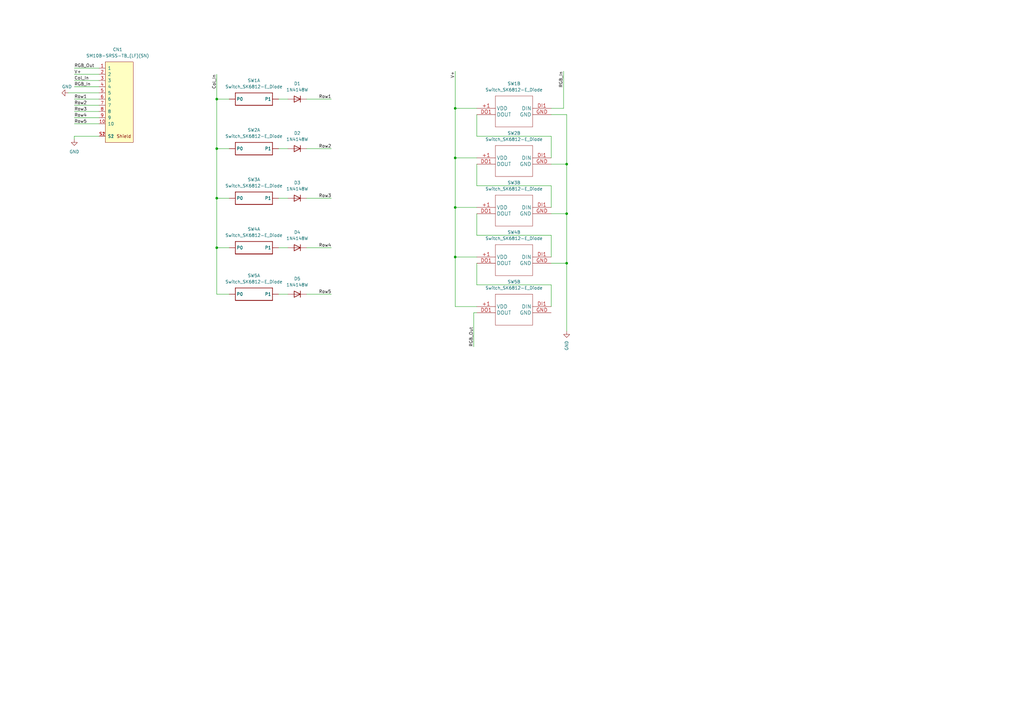
<source format=kicad_sch>
(kicad_sch (version 20230121) (generator eeschema)
  (paper "A3")
  (lib_symbols
    (symbol "Diode:1N4148W" (pin_numbers hide) (pin_names (offset 1.016) hide)
      (property "Reference" "D" (at 0 2.54 0))
      (property "Value" "1N4148W" (at 0 -2.54 0))
      (symbol "1N4148W_0_1"
        (polyline (pts (xy -1.27 1.27) (xy -1.27 -1.27)) (stroke (width 0.254)))
        (polyline (pts (xy 1.27 0) (xy -1.27 0)))
        (polyline (pts (xy 1.27 1.27) (xy 1.27 -1.27) (xy -1.27 0) (xy 1.27 1.27)) (stroke (width 0.254)))
      )
      (symbol "1N4148W_1_1"
        (pin passive line (at -3.81 0 0) (length 2.54) (name "K") (number "1"))
        (pin passive line (at 3.81 0 180) (length 2.54) (name "A") (number "2"))
      )
    )
    (symbol "GND_1" (power) (pin_names (offset 0))
      (property "Value" "GND_1" (at 0 -3.81 0))
      (symbol "GND_1_0_1"
        (polyline (pts (xy 0 0) (xy 0 -1.27) (xy 1.27 -1.27) (xy 0 -2.54) (xy -1.27 -1.27) (xy 0 -1.27)))
      )
      (symbol "GND_1_1_1"
        (pin power_in line (at 0 0 270) (length 0) hide (name "GND") (number "1"))
      )
    )
    (symbol "GND_3" (power) (pin_names (offset 0))
      (property "Value" "GND_3" (at 0 -3.81 0))
      (symbol "GND_3_0_1"
        (polyline (pts (xy 0 0) (xy 0 -1.27) (xy 1.27 -1.27) (xy 0 -2.54) (xy -1.27 -1.27) (xy 0 -1.27)))
      )
      (symbol "GND_3_1_1"
        (pin power_in line (at 0 0 270) (length 0) hide (name "GND") (number "1"))
      )
    )
    (symbol "Seismos-sym:SM10B-SRSS-TB_(LF)(SN)" (pin_names (offset 1.016))
      (property "Reference" "CN" (at -9.4742 3.81 90))
      (property "Value" "SM10B-SRSS-TB_(LF)(SN)" (at 1.27 20.32 0))
      (symbol "SM10B-SRSS-TB_(LF)(SN)_1_1"
        (rectangle (start -3.81 17.78) (end 7.62 -15.24) (stroke (width 0.1524)) (fill (type background)))
        (text "Shield" (at 3.81 -12.7 0) (effects (font (size 1.27 1.27))))
        (pin input line (at -6.35 15.24 0) (length 2.54) (name "1") (number "1"))
        (pin input line (at -6.35 -7.62 0) (length 2.54) (name "10") (number "10"))
        (pin input line (at -6.35 12.7 0) (length 2.54) (name "2") (number "2"))
        (pin input line (at -6.35 10.16 0) (length 2.54) (name "3") (number "3"))
        (pin input line (at -6.35 7.62 0) (length 2.54) (name "4") (number "4"))
        (pin input line (at -6.35 5.08 0) (length 2.54) (name "5") (number "5"))
        (pin input line (at -6.35 2.54 0) (length 2.54) (name "6") (number "6"))
        (pin input line (at -6.35 0 0) (length 2.54) (name "7") (number "7"))
        (pin input line (at -6.35 -2.54 0) (length 2.54) (name "8") (number "8"))
        (pin input line (at -6.35 -5.08 0) (length 2.54) (name "9") (number "9"))
        (pin input line (at -6.35 -12.7 0) (length 2.54) (name "S1") (number "S1"))
        (pin input line (at -6.35 -12.7 0) (length 2.54) (name "S2") (number "S2"))
      )
    )
    (symbol "Seismos-sym:Switch_SK6812-E_Diode"
      (property "Reference" "SW" (at 0 0 0))
      (property "Value" "Switch_SK6812-E_Diode" (at 0 11.43 0))
      (symbol "Switch_SK6812-E_Diode_1_0"
        (polyline (pts (xy -7.62 -2.54) (xy -7.62 2.54)) (stroke (width 0.254)))
        (polyline (pts (xy -7.62 -2.54) (xy 7.62 -2.54)) (stroke (width 0.254)))
        (polyline (pts (xy 7.62 -2.54) (xy -7.46 -2.54)) (stroke (width 0.254)))
        (polyline (pts (xy 7.62 -2.54) (xy 7.62 2.54)) (stroke (width 0.254)))
        (polyline (pts (xy 7.62 2.54) (xy -7.62 2.54)) (stroke (width 0.254)))
        (pin bidirectional line (at 10.16 0 180) (length 2.54) (name "P1") (number "CHOC1"))
        (pin bidirectional line (at -10.16 0 0) (length 2.54) (name "P0") (number "CHOC2"))
        (pin bidirectional line (at 10.16 0 180) (length 2.54) (name "P1") (number "MX1"))
        (pin bidirectional line (at -10.16 0 0) (length 2.54) (name "P0") (number "MX2"))
      )
      (symbol "Switch_SK6812-E_Diode_2_1"
        (polyline (pts (xy -7.62 -6.35) (xy 7.62 -6.35)) (stroke (width 0.127)))
        (polyline (pts (xy -7.62 6.35) (xy -7.62 -6.35)) (stroke (width 0.127)))
        (polyline (pts (xy 7.62 -6.35) (xy 7.62 6.35)) (stroke (width 0.127)))
        (polyline (pts (xy 7.62 6.35) (xy -7.62 6.35)) (stroke (width 0.127)))
        (pin power_in line (at -15.24 1.27 0) (length 7.62) (name "VDD") (number "+1"))
        (pin input line (at 15.24 1.27 180) (length 7.62) (name "DIN") (number "DI1"))
        (pin output line (at -15.24 -1.27 0) (length 7.62) (name "DOUT") (number "DO1"))
        (pin power_in line (at 15.24 -1.27 180) (length 7.62) (name "GND") (number "GND"))
      )
    )
    (symbol "power:GND" (power) (pin_names (offset 0))
      (property "Value" "GND" (at 0 -3.81 0))
      (symbol "GND_0_1"
        (polyline (pts (xy 0 0) (xy 0 -1.27) (xy 1.27 -1.27) (xy 0 -2.54) (xy -1.27 -1.27) (xy 0 -1.27)))
      )
      (symbol "GND_1_1"
        (pin power_in line (at 0 0 270) (length 0) hide (name "GND") (number "1"))
      )
    )
  )
  (junction (at 88.9 101.6))
  (junction (at 186.69 64.77))
  (junction (at 232.41 87.63))
  (junction (at 186.69 105.41))
  (junction (at 186.69 44.45))
  (junction (at 88.9 81.28))
  (junction (at 186.69 85.09))
  (junction (at 88.9 60.96))
  (junction (at 232.41 67.31))
  (junction (at 232.41 107.95))
  (junction (at 88.9 40.64))
  (wire (pts (xy 226.06 107.95) (xy 232.41 107.95)))
  (wire (pts (xy 186.69 125.73) (xy 195.58 125.73)))
  (wire (pts (xy 125.73 40.64) (xy 135.89 40.64)))
  (wire (pts (xy 30.48 55.88) (xy 40.64 55.88)))
  (wire (pts (xy 88.9 101.6) (xy 93.98 101.6)))
  (wire (pts (xy 232.41 87.63) (xy 232.41 107.95)))
  (wire (pts (xy 231.14 44.45) (xy 226.06 44.45)))
  (wire (pts (xy 231.14 29.21) (xy 231.14 44.45)))
  (wire (pts (xy 195.58 76.2) (xy 226.06 76.2)))
  (wire (pts (xy 195.58 67.31) (xy 195.58 76.2)))
  (wire (pts (xy 30.48 50.8) (xy 40.64 50.8)))
  (wire (pts (xy 114.3 60.96) (xy 118.11 60.96)))
  (wire (pts (xy 125.73 81.28) (xy 135.89 81.28)))
  (wire (pts (xy 125.73 120.65) (xy 135.89 120.65)))
  (wire (pts (xy 195.58 116.84) (xy 226.06 116.84)))
  (wire (pts (xy 194.31 128.27) (xy 194.31 142.24)))
  (wire (pts (xy 88.9 60.96) (xy 88.9 81.28)))
  (wire (pts (xy 114.3 81.28) (xy 118.11 81.28)))
  (wire (pts (xy 30.48 43.18) (xy 40.64 43.18)))
  (wire (pts (xy 195.58 55.88) (xy 226.06 55.88)))
  (wire (pts (xy 30.48 40.64) (xy 40.64 40.64)))
  (wire (pts (xy 186.69 64.77) (xy 186.69 85.09)))
  (wire (pts (xy 88.9 101.6) (xy 88.9 120.65)))
  (wire (pts (xy 88.9 40.64) (xy 93.98 40.64)))
  (wire (pts (xy 30.48 48.26) (xy 40.64 48.26)))
  (wire (pts (xy 88.9 81.28) (xy 88.9 101.6)))
  (wire (pts (xy 88.9 120.65) (xy 93.98 120.65)))
  (wire (pts (xy 30.48 33.02) (xy 40.64 33.02)))
  (wire (pts (xy 88.9 60.96) (xy 93.98 60.96)))
  (wire (pts (xy 186.69 44.45) (xy 195.58 44.45)))
  (wire (pts (xy 195.58 128.27) (xy 194.31 128.27)))
  (wire (pts (xy 125.73 60.96) (xy 135.89 60.96)))
  (wire (pts (xy 186.69 105.41) (xy 186.69 125.73)))
  (wire (pts (xy 125.73 101.6) (xy 135.89 101.6)))
  (wire (pts (xy 195.58 96.52) (xy 226.06 96.52)))
  (wire (pts (xy 114.3 120.65) (xy 118.11 120.65)))
  (wire (pts (xy 226.06 76.2) (xy 226.06 85.09)))
  (wire (pts (xy 88.9 40.64) (xy 88.9 60.96)))
  (wire (pts (xy 186.69 85.09) (xy 195.58 85.09)))
  (wire (pts (xy 232.41 107.95) (xy 232.41 135.89)))
  (wire (pts (xy 27.94 38.1) (xy 40.64 38.1)))
  (wire (pts (xy 226.06 55.88) (xy 226.06 64.77)))
  (wire (pts (xy 186.69 29.21) (xy 186.69 44.45)))
  (wire (pts (xy 30.48 27.94) (xy 40.64 27.94)))
  (wire (pts (xy 114.3 40.64) (xy 118.11 40.64)))
  (wire (pts (xy 195.58 107.95) (xy 195.58 116.84)))
  (wire (pts (xy 195.58 46.99) (xy 195.58 55.88)))
  (wire (pts (xy 232.41 46.99) (xy 232.41 67.31)))
  (wire (pts (xy 30.48 35.56) (xy 40.64 35.56)))
  (wire (pts (xy 226.06 96.52) (xy 226.06 105.41)))
  (wire (pts (xy 186.69 44.45) (xy 186.69 64.77)))
  (wire (pts (xy 88.9 81.28) (xy 93.98 81.28)))
  (wire (pts (xy 30.48 45.72) (xy 40.64 45.72)))
  (wire (pts (xy 226.06 67.31) (xy 232.41 67.31)))
  (wire (pts (xy 186.69 64.77) (xy 195.58 64.77)))
  (wire (pts (xy 30.48 55.88) (xy 30.48 57.15)))
  (wire (pts (xy 186.69 85.09) (xy 186.69 105.41)))
  (wire (pts (xy 114.3 101.6) (xy 118.11 101.6)))
  (wire (pts (xy 30.48 30.48) (xy 40.64 30.48)))
  (wire (pts (xy 88.9 30.48) (xy 88.9 40.64)))
  (wire (pts (xy 226.06 46.99) (xy 232.41 46.99)))
  (wire (pts (xy 195.58 87.63) (xy 195.58 96.52)))
  (wire (pts (xy 232.41 67.31) (xy 232.41 87.63)))
  (wire (pts (xy 226.06 116.84) (xy 226.06 125.73)))
  (wire (pts (xy 226.06 87.63) (xy 232.41 87.63)))
  (wire (pts (xy 186.69 105.41) (xy 195.58 105.41)))
  (label "Row1" (at 135.89 40.64 180))
  (label "V+" (at 186.69 29.21 270))
  (label "Row3" (at 135.89 81.28 180))
  (label "Row4" (at 30.48 48.26 0))
  (label "Row2" (at 30.48 43.18 0))
  (label "RGB_Out" (at 194.31 142.24 90))
  (label "RGB_In" (at 231.14 29.21 270))
  (label "Row2" (at 135.89 60.96 180))
  (label "RGB_Out" (at 30.48 27.94 0))
  (label "V+" (at 30.48 30.48 0))
  (label "Row4" (at 135.89 101.6 180))
  (label "Row5" (at 30.48 50.8 0))
  (label "Col_In" (at 30.48 33.02 0))
  (label "Col_In" (at 88.9 30.48 270))
  (label "Row1" (at 30.48 40.64 0))
  (label "Row3" (at 30.48 45.72 0))
  (label "Row5" (at 135.89 120.65 180))
  (label "RGB_In" (at 30.48 35.56 0))
  (symbol (lib_id "Diode:1N4148W") (at 121.92 60.96 180) (unit 1)
    (property "Reference" "D2" (at 121.92 54.61 0))
    (property "Value" "1N4148W" (at 121.92 57.15 0))
    (property "Footprint" "Diode_SMD:D_SOD-123" (effects hide))
    (property "Datasheet" "https://www.vishay.com/docs/85748/1n4148w.pdf" (effects hide))
  )
  (symbol (lib_id "Diode:1N4148W") (at 121.92 81.28 180) (unit 1)
    (property "Reference" "D3" (at 121.92 74.93 0))
    (property "Value" "1N4148W" (at 121.92 77.47 0))
    (property "Footprint" "Diode_SMD:D_SOD-123" (effects hide))
    (property "Datasheet" "https://www.vishay.com/docs/85748/1n4148w.pdf" (effects hide))
  )
  (symbol (lib_id "Seismos-sym:Switch_SK6812-E_Diode") (at 210.82 45.72 0) (unit 2)
    (property "Reference" "SW1" (at 210.82 34.29 0))
    (property "Value" "Switch_SK6812-E_Diode" (at 210.82 36.83 0))
    (property "Footprint" "Seismos-libs:Switch_SK6812-E_Diode" (effects hide))
  )
  (symbol (lib_id "Seismos-sym:Switch_SK6812-E_Diode") (at 104.14 60.96 0) (unit 1)
    (property "Reference" "SW2" (at 104.14 53.34 0))
    (property "Value" "Switch_SK6812-E_Diode" (at 104.14 55.88 0))
    (property "Footprint" "Seismos-libs:Switch_SK6812-E_Diode" (effects hide))
  )
  (symbol (lib_id "Seismos-sym:Switch_SK6812-E_Diode") (at 210.82 106.68 0) (unit 2)
    (property "Reference" "SW4" (at 210.82 95.25 0))
    (property "Value" "Switch_SK6812-E_Diode" (at 210.82 97.79 0))
    (property "Footprint" "Seismos-libs:Switch_SK6812-E_Diode" (effects hide))
  )
  (symbol (lib_id "Seismos-sym:SM10B-SRSS-TB_(LF)(SN)") (at 46.99 43.18 0) (unit 1)
    (property "Reference" "CN1" (at 48.26 20.32 0))
    (property "Value" "SM10B-SRSS-TB_(LF)(SN)" (at 48.26 22.86 0))
    (property "Footprint" "Seismos-libs:CONN-SMD_10P-P1.00_SM10B-SRSS-TB-LF-SN" (effects hide))
    (property "Datasheet" "http://www.szlcsc.com/product/details_171789.html" (effects hide))
    (property "SuppliersPartNumber" "C160409" (effects hide))
    (property "uuid" "std:5e45a64e8ce7478d8accd2bac4409ba5" (effects hide))
  )
  (symbol (lib_id "Seismos-sym:Switch_SK6812-E_Diode") (at 210.82 127 0) (unit 2)
    (property "Reference" "SW5" (at 210.82 115.57 0))
    (property "Value" "Switch_SK6812-E_Diode" (at 210.82 118.11 0))
    (property "Footprint" "Seismos-libs:Switch_SK6812-E_Diode" (effects hide))
  )
  (symbol (lib_id "Diode:1N4148W") (at 121.92 40.64 180) (unit 1)
    (property "Reference" "D1" (at 121.92 34.29 0))
    (property "Value" "1N4148W" (at 121.92 36.83 0))
    (property "Footprint" "Diode_SMD:D_SOD-123" (effects hide))
    (property "Datasheet" "https://www.vishay.com/docs/85748/1n4148w.pdf" (effects hide))
  )
  (symbol (lib_name "GND_1") (lib_id "power:GND") (at 27.94 38.1 270) (unit 1)
    (property "Reference" "#PWR01" (effects hide))
    (property "Value" "GND" (at 25.4 35.56 90) (effects (justify left)))
  )
  (symbol (lib_id "Seismos-sym:Switch_SK6812-E_Diode") (at 210.82 66.04 0) (unit 2)
    (property "Reference" "SW2" (at 210.82 54.61 0))
    (property "Value" "Switch_SK6812-E_Diode" (at 210.82 57.15 0))
    (property "Footprint" "Seismos-libs:Switch_SK6812-E_Diode" (effects hide))
  )
  (symbol (lib_id "Seismos-sym:Switch_SK6812-E_Diode") (at 210.82 86.36 0) (unit 2)
    (property "Reference" "SW3" (at 210.82 74.93 0))
    (property "Value" "Switch_SK6812-E_Diode" (at 210.82 77.47 0))
    (property "Footprint" "Seismos-libs:Switch_SK6812-E_Diode" (effects hide))
  )
  (symbol (lib_id "Diode:1N4148W") (at 121.92 101.6 180) (unit 1)
    (property "Reference" "D4" (at 121.92 95.25 0))
    (property "Value" "1N4148W" (at 121.92 97.79 0))
    (property "Footprint" "Diode_SMD:D_SOD-123" (effects hide))
    (property "Datasheet" "https://www.vishay.com/docs/85748/1n4148w.pdf" (effects hide))
  )
  (symbol (lib_id "Seismos-sym:Switch_SK6812-E_Diode") (at 104.14 40.64 0) (unit 1)
    (property "Reference" "SW1" (at 104.14 33.02 0))
    (property "Value" "Switch_SK6812-E_Diode" (at 104.14 35.56 0))
    (property "Footprint" "Seismos-libs:Switch_SK6812-E_Diode" (effects hide))
  )
  (symbol (lib_id "Diode:1N4148W") (at 121.92 120.65 180) (unit 1)
    (property "Reference" "D5" (at 121.92 114.3 0))
    (property "Value" "1N4148W" (at 121.92 116.84 0))
    (property "Footprint" "Diode_SMD:D_SOD-123" (effects hide))
    (property "Datasheet" "https://www.vishay.com/docs/85748/1n4148w.pdf" (effects hide))
  )
  (symbol (lib_name "GND_3") (lib_id "power:GND") (at 30.48 57.15 0) (unit 1)
    (property "Reference" "#PWR0101" (effects hide))
    (property "Value" "GND" (at 30.48 62.23 0))
  )
  (symbol (lib_id "Seismos-sym:Switch_SK6812-E_Diode") (at 104.14 81.28 0) (unit 1)
    (property "Reference" "SW3" (at 104.14 73.66 0))
    (property "Value" "Switch_SK6812-E_Diode" (at 104.14 76.2 0))
    (property "Footprint" "Seismos-libs:Switch_SK6812-E_Diode" (effects hide))
  )
  (symbol (lib_id "Seismos-sym:Switch_SK6812-E_Diode") (at 104.14 101.6 0) (unit 1)
    (property "Reference" "SW4" (at 104.14 93.98 0))
    (property "Value" "Switch_SK6812-E_Diode" (at 104.14 96.52 0))
    (property "Footprint" "Seismos-libs:Switch_SK6812-E_Diode" (effects hide))
  )
  (symbol (lib_id "Seismos-sym:Switch_SK6812-E_Diode") (at 104.14 120.65 0) (unit 1)
    (property "Reference" "SW5" (at 104.14 113.03 0))
    (property "Value" "Switch_SK6812-E_Diode" (at 104.14 115.57 0))
    (property "Footprint" "Seismos-libs:Switch_SK6812-E_Diode" (effects hide))
  )
  (symbol (lib_id "power:GND") (at 232.41 135.89 0) (unit 1)
    (property "Reference" "#PWR0104" (effects hide))
    (property "Value" "GND" (at 232.4101 139.7 90) (effects (justify right)))
  )
)
</source>
